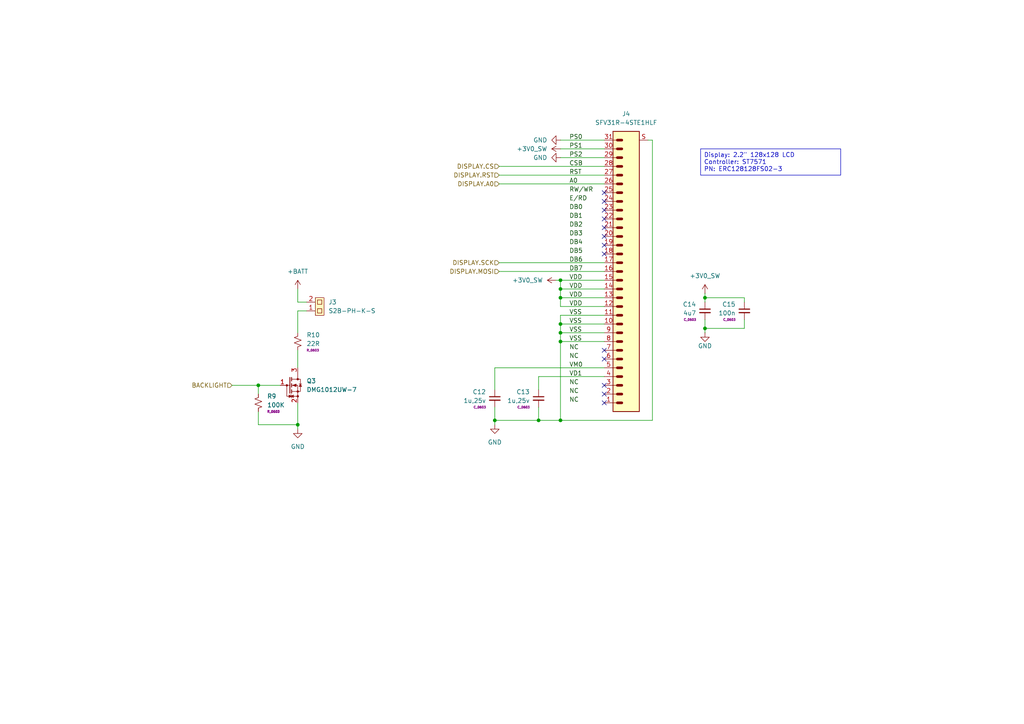
<source format=kicad_sch>
(kicad_sch (version 20250114) (generator "eeschema") (generator_version "9.0")
  (paper "A4")
  (title_block (title "Puzzlebox") (date "2025-12-27") (rev "v1.0") (company "TL Embedded Ltd"))
  (lib_symbols
    (symbol "C_Capacitor:C_0603" (pin_numbers (hide yes)) (pin_names (offset 1.016))
      (property "Reference" "C" (at 3.175 1.905 0))
      (property "Value" "100n" (at 5.08 0 0))
      (property "Size" "C_0603" (at 4.445 -1.905 0))
      (symbol "C_0603_1_1"
        (polyline (pts (xy -1.524 0.508) (xy 1.524 0.508)) (stroke (width 0.3048)))
        (polyline (pts (xy -1.524 -0.508) (xy 1.524 -0.508)) (stroke (width 0.3302)))
        (pin passive line (at 0 2.54 270) (length 2.032) (name "~") (number "1"))
        (pin passive line (at 0 -2.54 90) (length 2.032) (name "~") (number "2"))
      )
    )
    (symbol "J_Connector:S2B-PH-K-S" (pin_names (hide yes))
      (property "Reference" "J" (at -1.27 6.35 0))
      (property "Value" "S2B-PH-K-S" (at 0 -1.27 0))
      (symbol "S2B-PH-K-S_0_1"
        (rectangle (start -1.27 5.08) (end 1.27 0) (stroke (width 0.1524)) (fill (type background)))
        (rectangle (start -0.635 4.445) (end 0.635 3.175) (stroke (width 0.1524)))
        (rectangle (start -0.635 1.905) (end 0.635 0.635) (stroke (width 0.1524)))
      )
      (symbol "S2B-PH-K-S_1_1"
        (pin passive line (at -3.81 3.81 0) (length 2.54) (name "1") (number "1"))
        (pin passive line (at -3.81 1.27 0) (length 2.54) (name "2") (number "2"))
      )
    )
    (symbol "Q_MOSFET:DMG1012UW-7" (pin_names (offset 0) (hide yes))
      (property "Reference" "Q" (at 2.286 1.524 0))
      (property "Value" "DMG1012UW-7" (at 2.286 -0.508 0))
      (symbol "DMG1012UW-7_0_1"
        (polyline (pts (xy -3.81 0) (xy -2.286 0)))
        (circle (center -3.175 0) (radius 0.254) (fill (type outline)))
        (polyline (pts (xy -2.286 -2.286) (xy -2.286 2.286)) (stroke (width 0.254)))
        (polyline (pts (xy -1.778 2.286) (xy -1.778 1.27)) (stroke (width 0.254)))
        (polyline (pts (xy -1.778 1.778) (xy 0.762 1.778) (xy 0.762 -1.778) (xy -1.778 -1.778)))
        (polyline (pts (xy -1.778 0.508) (xy -1.778 -0.508)) (stroke (width 0.254)))
        (polyline (pts (xy -1.778 -1.27) (xy -1.778 -2.286)) (stroke (width 0.254)))
        (polyline (pts (xy -1.778 -3.683) (xy -1.905 -3.556) (xy -1.905 -2.794) (xy -2.032 -2.667)))
        (polyline (pts (xy -1.4732 0) (xy -0.4572 -0.381) (xy -0.4572 0.381) (xy -1.4732 0)) (fill (type outline)))
        (polyline (pts (xy 0 3.81) (xy 0 1.778)))
        (circle (center 0 1.778) (radius 0.254) (fill (type outline)))
        (circle (center 0 -1.778) (radius 0.254) (fill (type outline)))
        (polyline (pts (xy 0 -3.175) (xy -3.175 -3.175) (xy -3.175 0)))
        (circle (center 0 -3.175) (radius 0.254) (fill (type outline)))
        (polyline (pts (xy 0 -3.81) (xy 0 0) (xy -1.778 0)))
        (polyline (pts (xy 1.143 0.381) (xy 0.381 0.381)))
      )
      (symbol "DMG1012UW-7_1_1"
        (polyline (pts (xy -1.905 -3.175) (xy -2.54 -3.556) (xy -2.54 -2.794) (xy -1.905 -3.175)) (fill (type outline)))
        (polyline (pts (xy -1.905 -3.175) (xy -1.27 -2.794) (xy -1.27 -3.556) (xy -1.905 -3.175)) (fill (type outline)))
        (polyline (pts (xy 0.762 0.3048) (xy 1.143 -0.3302) (xy 0.381 -0.3302) (xy 0.762 0.3048)) (fill (type outline)))
        (pin input line (at -5.08 0 0) (length 1.27) (name "G") (number "1"))
        (pin passive line (at 0 5.08 270) (length 1.27) (name "D") (number "3"))
        (pin passive line (at 0 -5.08 90) (length 1.27) (name "S") (number "2"))
      )
    )
    (symbol "R_Resistor:R_0603" (pin_numbers (hide yes)) (pin_names (offset 1.016))
      (property "Reference" "R" (at 2.54 1.905 0))
      (property "Value" "10K" (at 3.81 0 0))
      (property "Size" "R_0603" (at 3.81 -1.905 0))
      (symbol "R_0603_1_1"
        (polyline (pts (xy 0 1.524) (xy 1.016 1.143) (xy 0 0.762) (xy -1.016 0.381) (xy 0 0)))
        (polyline (pts (xy 0 0) (xy 1.016 -0.381) (xy 0 -0.762) (xy -1.016 -1.143) (xy 0 -1.524)))
        (pin passive line (at 0 2.54 270) (length 1.016) (name "~") (number "1"))
        (pin passive line (at 0 -2.54 90) (length 1.016) (name "~") (number "2"))
      )
    )
    (symbol "lib:SFV31R-4STE1HLF" (pin_names (hide yes))
      (property "Reference" "J" (at 0 82.55 0))
      (property "Value" "SFV31R-4STE1HLF" (at 0 -2.54 0))
      (symbol "SFV31R-4STE1HLF_0_1"
        (rectangle (start -3.81 81.28) (end 3.81 0) (stroke (width 0.254)) (fill (type background)))
        (polyline (pts (xy -3.81 78.74) (xy -2.54 78.74)))
        (polyline (pts (xy -3.81 76.2) (xy -2.54 76.2)))
        (polyline (pts (xy -3.81 73.66) (xy -2.54 73.66)))
        (polyline (pts (xy -3.81 71.12) (xy -2.54 71.12)))
        (polyline (pts (xy -3.81 68.58) (xy -2.54 68.58)))
        (polyline (pts (xy -3.81 66.04) (xy -2.54 66.04)))
        (polyline (pts (xy -3.81 63.5) (xy -2.54 63.5)))
        (polyline (pts (xy -3.81 60.96) (xy -2.54 60.96)))
        (polyline (pts (xy -3.81 58.42) (xy -2.54 58.42)))
        (polyline (pts (xy -3.81 55.88) (xy -2.54 55.88)))
        (polyline (pts (xy -3.81 53.34) (xy -2.54 53.34)))
        (polyline (pts (xy -3.81 50.8) (xy -2.54 50.8)))
        (polyline (pts (xy -3.81 48.26) (xy -2.54 48.26)))
        (polyline (pts (xy -3.81 45.72) (xy -2.54 45.72)))
        (polyline (pts (xy -3.81 43.18) (xy -2.54 43.18)))
        (polyline (pts (xy -3.81 40.64) (xy -2.54 40.64)))
        (polyline (pts (xy -3.81 38.1) (xy -2.54 38.1)))
        (polyline (pts (xy -3.81 35.56) (xy -2.54 35.56)))
        (polyline (pts (xy -3.81 33.02) (xy -2.54 33.02)))
        (polyline (pts (xy -3.81 30.48) (xy -2.54 30.48)))
        (polyline (pts (xy -3.81 27.94) (xy -2.54 27.94)))
        (polyline (pts (xy -3.81 25.4) (xy -2.54 25.4)))
        (polyline (pts (xy -3.81 22.86) (xy -2.54 22.86)))
        (polyline (pts (xy -3.81 20.32) (xy -2.54 20.32)))
        (polyline (pts (xy -3.81 17.78) (xy -2.54 17.78)))
        (polyline (pts (xy -3.81 15.24) (xy -2.54 15.24)))
        (polyline (pts (xy -3.81 12.7) (xy -2.54 12.7)))
        (polyline (pts (xy -3.81 10.16) (xy -2.54 10.16)))
        (polyline (pts (xy -3.81 7.62) (xy -2.54 7.62)))
        (polyline (pts (xy -3.81 5.08) (xy -2.54 5.08)))
        (polyline (pts (xy -3.81 2.54) (xy -2.54 2.54)))
      )
      (symbol "SFV31R-4STE1HLF_1_1"
        (polyline (pts (xy -2.54 78.74) (xy -1.27 78.74)) (stroke (width 0.768)))
        (polyline (pts (xy -2.54 76.2) (xy -1.27 76.2)) (stroke (width 0.768)))
        (polyline (pts (xy -2.54 73.66) (xy -1.27 73.66)) (stroke (width 0.768)))
        (polyline (pts (xy -2.54 71.12) (xy -1.27 71.12)) (stroke (width 0.768)))
        (polyline (pts (xy -2.54 68.58) (xy -1.27 68.58)) (stroke (width 0.768)))
        (polyline (pts (xy -2.54 66.04) (xy -1.27 66.04)) (stroke (width 0.768)))
        (polyline (pts (xy -2.54 63.5) (xy -1.27 63.5)) (stroke (width 0.768)))
        (polyline (pts (xy -2.54 60.96) (xy -1.27 60.96)) (stroke (width 0.768)))
        (polyline (pts (xy -2.54 58.42) (xy -1.27 58.42)) (stroke (width 0.768)))
        (polyline (pts (xy -2.54 55.88) (xy -1.27 55.88)) (stroke (width 0.768)))
        (polyline (pts (xy -2.54 53.34) (xy -1.27 53.34)) (stroke (width 0.768)))
        (polyline (pts (xy -2.54 50.8) (xy -1.27 50.8)) (stroke (width 0.768)))
        (polyline (pts (xy -2.54 48.26) (xy -1.27 48.26)) (stroke (width 0.768)))
        (polyline (pts (xy -2.54 45.72) (xy -1.27 45.72)) (stroke (width 0.768)))
        (polyline (pts (xy -2.54 43.18) (xy -1.27 43.18)) (stroke (width 0.768)))
        (polyline (pts (xy -2.54 40.64) (xy -1.27 40.64)) (stroke (width 0.768)))
        (polyline (pts (xy -2.54 38.1) (xy -1.27 38.1)) (stroke (width 0.768)))
        (polyline (pts (xy -2.54 35.56) (xy -1.27 35.56)) (stroke (width 0.768)))
        (polyline (pts (xy -2.54 33.02) (xy -1.27 33.02)) (stroke (width 0.768)))
        (polyline (pts (xy -2.54 30.48) (xy -1.27 30.48)) (stroke (width 0.768)))
        (polyline (pts (xy -2.54 27.94) (xy -1.27 27.94)) (stroke (width 0.768)))
        (polyline (pts (xy -2.54 25.4) (xy -1.27 25.4)) (stroke (width 0.768)))
        (polyline (pts (xy -2.54 22.86) (xy -1.27 22.86)) (stroke (width 0.768)))
        (polyline (pts (xy -2.54 20.32) (xy -1.27 20.32)) (stroke (width 0.768)))
        (polyline (pts (xy -2.54 17.78) (xy -1.27 17.78)) (stroke (width 0.768)))
        (polyline (pts (xy -2.54 15.24) (xy -1.27 15.24)) (stroke (width 0.768)))
        (polyline (pts (xy -2.54 12.7) (xy -1.27 12.7)) (stroke (width 0.768)))
        (polyline (pts (xy -2.54 10.16) (xy -1.27 10.16)) (stroke (width 0.768)))
        (polyline (pts (xy -2.54 7.62) (xy -1.27 7.62)) (stroke (width 0.768)))
        (polyline (pts (xy -2.54 5.08) (xy -1.27 5.08)) (stroke (width 0.768)))
        (polyline (pts (xy -2.54 2.54) (xy -1.27 2.54)) (stroke (width 0.768)))
        (pin passive line (at -6.35 78.74 0) (length 2.54) (name "1") (number "1"))
        (pin passive line (at -6.35 76.2 0) (length 2.54) (name "2") (number "2"))
        (pin passive line (at -6.35 73.66 0) (length 2.54) (name "3") (number "3"))
        (pin passive line (at -6.35 71.12 0) (length 2.54) (name "4") (number "4"))
        (pin passive line (at -6.35 68.58 0) (length 2.54) (name "5") (number "5"))
        (pin passive line (at -6.35 66.04 0) (length 2.54) (name "6") (number "6"))
        (pin passive line (at -6.35 63.5 0) (length 2.54) (name "7") (number "7"))
        (pin passive line (at -6.35 60.96 0) (length 2.54) (name "8") (number "8"))
        (pin passive line (at -6.35 58.42 0) (length 2.54) (name "9") (number "9"))
        (pin passive line (at -6.35 55.88 0) (length 2.54) (name "10") (number "10"))
        (pin passive line (at -6.35 53.34 0) (length 2.54) (name "11") (number "11"))
        (pin passive line (at -6.35 50.8 0) (length 2.54) (name "12") (number "12"))
        (pin passive line (at -6.35 48.26 0) (length 2.54) (name "13") (number "13"))
        (pin passive line (at -6.35 45.72 0) (length 2.54) (name "14") (number "14"))
        (pin passive line (at -6.35 43.18 0) (length 2.54) (name "15") (number "15"))
        (pin passive line (at -6.35 40.64 0) (length 2.54) (name "16") (number "16"))
        (pin passive line (at -6.35 38.1 0) (length 2.54) (name "17") (number "17"))
        (pin passive line (at -6.35 35.56 0) (length 2.54) (name "18") (number "18"))
        (pin passive line (at -6.35 33.02 0) (length 2.54) (name "19") (number "19"))
        (pin passive line (at -6.35 30.48 0) (length 2.54) (name "20") (number "20"))
        (pin passive line (at -6.35 27.94 0) (length 2.54) (name "21") (number "21"))
        (pin passive line (at -6.35 25.4 0) (length 2.54) (name "22") (number "22"))
        (pin passive line (at -6.35 22.86 0) (length 2.54) (name "23") (number "23"))
        (pin passive line (at -6.35 20.32 0) (length 2.54) (name "24") (number "24"))
        (pin passive line (at -6.35 17.78 0) (length 2.54) (name "25") (number "25"))
        (pin passive line (at -6.35 15.24 0) (length 2.54) (name "26") (number "26"))
        (pin passive line (at -6.35 12.7 0) (length 2.54) (name "27") (number "27"))
        (pin passive line (at -6.35 10.16 0) (length 2.54) (name "28") (number "28"))
        (pin passive line (at -6.35 7.62 0) (length 2.54) (name "29") (number "29"))
        (pin passive line (at -6.35 5.08 0) (length 2.54) (name "30") (number "30"))
        (pin passive line (at -6.35 2.54 0) (length 2.54) (name "31") (number "31"))
        (pin passive line (at 6.35 2.54 180) (length 2.54) (name "S") (number "S"))
      )
    )
    (symbol "power:+BATT" (power) (pin_numbers (hide yes)) (pin_names (offset 0) (hide yes))
      (property "Value" "+BATT" (at 0 3.556 0))
      (symbol "+BATT_0_1"
        (polyline (pts (xy -0.762 1.27) (xy 0 2.54)))
        (polyline (pts (xy 0 2.54) (xy 0.762 1.27)))
        (polyline (pts (xy 0 0) (xy 0 2.54)))
      )
      (symbol "+BATT_1_1"
        (pin power_in line (at 0 0 90) (length 0) (name "~") (number "1"))
      )
    )
    (symbol "power:GND" (power) (pin_numbers (hide yes)) (pin_names (offset 0) (hide yes))
      (property "Value" "GND" (at 0 -3.81 0))
      (symbol "GND_0_1"
        (polyline (pts (xy 0 0) (xy 0 -1.27) (xy 1.27 -1.27) (xy 0 -2.54) (xy -1.27 -1.27) (xy 0 -1.27)))
      )
      (symbol "GND_1_1"
        (pin power_in line (at 0 0 270) (length 0) (name "~") (number "1"))
      )
    )
    (symbol "power:VDD" (power) (pin_numbers (hide yes)) (pin_names (offset 0) (hide yes))
      (property "Value" "VDD" (at 0 3.556 0))
      (symbol "VDD_0_1"
        (polyline (pts (xy -0.762 1.27) (xy 0 2.54)))
        (polyline (pts (xy 0 2.54) (xy 0.762 1.27)))
        (polyline (pts (xy 0 0) (xy 0 2.54)))
      )
      (symbol "VDD_1_1"
        (pin power_in line (at 0 0 90) (length 0) (name "~") (number "1"))
      )
    )
  )
  (text "NC" (at 165.1 104.14 0) (effects (font (size 1.27 1.27)) (justify left bottom)))
  (text "PS0" (at 165.1 40.64 0) (effects (font (size 1.27 1.27)) (justify left bottom)))
  (text "E/RD" (at 165.1 58.42 0) (effects (font (size 1.27 1.27)) (justify left bottom)))
  (text "VSS" (at 165.1 96.52 0) (effects (font (size 1.27 1.27)) (justify left bottom)))
  (text "NC" (at 165.1 114.3 0) (effects (font (size 1.27 1.27)) (justify left bottom)))
  (text "PS2" (at 165.1 45.72 0) (effects (font (size 1.27 1.27)) (justify left bottom)))
  (text "VM0" (at 165.1 106.68 0) (effects (font (size 1.27 1.27)) (justify left bottom)))
  (text "VD1" (at 165.1 109.22 0) (effects (font (size 1.27 1.27)) (justify left bottom)))
  (text "NC" (at 165.1 111.76 0) (effects (font (size 1.27 1.27)) (justify left bottom)))
  (text "A0" (at 165.1 53.34 0) (effects (font (size 1.27 1.27)) (justify left bottom)))
  (text "DB4" (at 165.1 71.12 0) (effects (font (size 1.27 1.27)) (justify left bottom)))
  (text "DB7" (at 165.1 78.74 0) (effects (font (size 1.27 1.27)) (justify left bottom)))
  (text "VSS" (at 165.1 93.98 0) (effects (font (size 1.27 1.27)) (justify left bottom)))
  (text "NC" (at 165.1 101.6 0) (effects (font (size 1.27 1.27)) (justify left bottom)))
  (text "RST" (at 165.1 50.8 0) (effects (font (size 1.27 1.27)) (justify left bottom)))
  (text "DB6" (at 165.1 76.2 0) (effects (font (size 1.27 1.27)) (justify left bottom)))
  (text "RW/WR" (at 165.1 55.88 0) (effects (font (size 1.27 1.27)) (justify left bottom)))
  (text "PS1" (at 165.1 43.18 0) (effects (font (size 1.27 1.27)) (justify left bottom)))
  (text "VSS" (at 165.1 91.44 0) (effects (font (size 1.27 1.27)) (justify left bottom)))
  (text "DB0" (at 165.1 60.96 0) (effects (font (size 1.27 1.27)) (justify left bottom)))
  (text "VDD" (at 165.1 81.28 0) (effects (font (size 1.27 1.27)) (justify left bottom)))
  (text "VDD" (at 165.1 83.82 0) (effects (font (size 1.27 1.27)) (justify left bottom)))
  (text "VSS" (at 165.1 99.06 0) (effects (font (size 1.27 1.27)) (justify left bottom)))
  (text "DB1" (at 165.1 63.5 0) (effects (font (size 1.27 1.27)) (justify left bottom)))
  (text "VDD" (at 165.1 88.9 0) (effects (font (size 1.27 1.27)) (justify left bottom)))
  (text "VDD" (at 165.1 86.36 0) (effects (font (size 1.27 1.27)) (justify left bottom)))
  (text "DB3" (at 165.1 68.58 0) (effects (font (size 1.27 1.27)) (justify left bottom)))
  (text "DB2" (at 165.1 66.04 0) (effects (font (size 1.27 1.27)) (justify left bottom)))
  (text "NC" (at 165.1 116.84 0) (effects (font (size 1.27 1.27)) (justify left bottom)))
  (text "DB5" (at 165.1 73.66 0) (effects (font (size 1.27 1.27)) (justify left bottom)))
  (text "CSB" (at 165.1 48.26 0) (effects (font (size 1.27 1.27)) (justify left bottom)))
  (text_box "Display: 2.2\" 128x128 LCD\nController: ST7571\nPN: ERC128128FS02-3" (at 203.2 43.18 0) (size 40.64 7.62) (margins 0.9525 0.9525 0.9525 0.9525) (effects (font (size 1.27 1.27)) (justify left top)))
  (junction (at 162.56 121.92))
  (junction (at 162.56 81.28))
  (junction (at 143.51 121.92))
  (junction (at 162.56 96.52))
  (junction (at 156.21 121.92))
  (junction (at 162.56 86.36))
  (junction (at 162.56 83.82))
  (junction (at 204.47 86.36))
  (junction (at 86.36 123.19))
  (junction (at 162.56 99.06))
  (junction (at 74.93 111.76))
  (junction (at 204.47 95.25))
  (junction (at 162.56 93.98))
  (no_connect (at 175.26 55.88))
  (no_connect (at 175.26 71.12))
  (no_connect (at 175.26 73.66))
  (no_connect (at 175.26 66.04))
  (no_connect (at 175.26 111.76))
  (no_connect (at 175.26 101.6))
  (no_connect (at 175.26 104.14))
  (no_connect (at 175.26 58.42))
  (no_connect (at 175.26 68.58))
  (no_connect (at 175.26 60.96))
  (no_connect (at 175.26 63.5))
  (no_connect (at 175.26 114.3))
  (no_connect (at 175.26 116.84))
  (wire (pts (xy 175.26 106.68) (xy 143.51 106.68)))
  (wire (pts (xy 86.36 101.6) (xy 86.36 106.68)))
  (wire (pts (xy 156.21 121.92) (xy 156.21 118.11)))
  (wire (pts (xy 156.21 121.92) (xy 162.56 121.92)))
  (wire (pts (xy 162.56 81.28) (xy 162.56 83.82)))
  (wire (pts (xy 162.56 83.82) (xy 175.26 83.82)))
  (wire (pts (xy 204.47 86.36) (xy 215.9 86.36)))
  (wire (pts (xy 156.21 109.22) (xy 175.26 109.22)))
  (wire (pts (xy 88.9 87.63) (xy 86.36 87.63)))
  (wire (pts (xy 162.56 81.28) (xy 175.26 81.28)))
  (wire (pts (xy 156.21 113.03) (xy 156.21 109.22)))
  (wire (pts (xy 204.47 95.25) (xy 215.9 95.25)))
  (wire (pts (xy 143.51 118.11) (xy 143.51 121.92)))
  (wire (pts (xy 162.56 45.72) (xy 175.26 45.72)))
  (wire (pts (xy 144.78 50.8) (xy 175.26 50.8)))
  (wire (pts (xy 162.56 43.18) (xy 175.26 43.18)))
  (wire (pts (xy 162.56 83.82) (xy 162.56 86.36)))
  (wire (pts (xy 162.56 86.36) (xy 175.26 86.36)))
  (wire (pts (xy 86.36 116.84) (xy 86.36 123.19)))
  (wire (pts (xy 86.36 123.19) (xy 86.36 124.46)))
  (wire (pts (xy 86.36 83.82) (xy 86.36 87.63)))
  (wire (pts (xy 74.93 123.19) (xy 86.36 123.19)))
  (wire (pts (xy 74.93 114.3) (xy 74.93 111.76)))
  (wire (pts (xy 74.93 111.76) (xy 81.28 111.76)))
  (wire (pts (xy 204.47 87.63) (xy 204.47 86.36)))
  (wire (pts (xy 162.56 96.52) (xy 162.56 99.06)))
  (wire (pts (xy 144.78 78.74) (xy 175.26 78.74)))
  (wire (pts (xy 86.36 90.17) (xy 86.36 96.52)))
  (wire (pts (xy 162.56 40.64) (xy 175.26 40.64)))
  (wire (pts (xy 86.36 90.17) (xy 88.9 90.17)))
  (wire (pts (xy 67.31 111.76) (xy 74.93 111.76)))
  (wire (pts (xy 215.9 95.25) (xy 215.9 92.71)))
  (wire (pts (xy 204.47 95.25) (xy 204.47 96.52)))
  (wire (pts (xy 189.23 40.64) (xy 189.23 121.92)))
  (wire (pts (xy 144.78 53.34) (xy 175.26 53.34)))
  (wire (pts (xy 162.56 121.92) (xy 189.23 121.92)))
  (wire (pts (xy 204.47 92.71) (xy 204.47 95.25)))
  (wire (pts (xy 187.96 40.64) (xy 189.23 40.64)))
  (wire (pts (xy 74.93 119.38) (xy 74.93 123.19)))
  (wire (pts (xy 162.56 93.98) (xy 162.56 96.52)))
  (wire (pts (xy 162.56 91.44) (xy 162.56 93.98)))
  (wire (pts (xy 161.29 81.28) (xy 162.56 81.28)))
  (wire (pts (xy 144.78 48.26) (xy 175.26 48.26)))
  (wire (pts (xy 144.78 76.2) (xy 175.26 76.2)))
  (wire (pts (xy 143.51 121.92) (xy 156.21 121.92)))
  (wire (pts (xy 162.56 99.06) (xy 175.26 99.06)))
  (wire (pts (xy 162.56 96.52) (xy 175.26 96.52)))
  (wire (pts (xy 143.51 106.68) (xy 143.51 113.03)))
  (wire (pts (xy 143.51 121.92) (xy 143.51 123.19)))
  (wire (pts (xy 162.56 93.98) (xy 175.26 93.98)))
  (wire (pts (xy 175.26 88.9) (xy 162.56 88.9)))
  (wire (pts (xy 175.26 91.44) (xy 162.56 91.44)))
  (wire (pts (xy 215.9 86.36) (xy 215.9 87.63)))
  (wire (pts (xy 204.47 85.09) (xy 204.47 86.36)))
  (wire (pts (xy 162.56 99.06) (xy 162.56 121.92)))
  (wire (pts (xy 162.56 86.36) (xy 162.56 88.9)))
  (hierarchical_label "DISPLAY.SCK" (shape input) (at 144.78 76.2 180))
  (hierarchical_label "DISPLAY.MOSI" (shape input) (at 144.78 78.74 180))
  (hierarchical_label "BACKLIGHT" (shape input) (at 67.31 111.76 180))
  (hierarchical_label "DISPLAY.CS" (shape input) (at 144.78 48.26 180))
  (hierarchical_label "DISPLAY.RST" (shape input) (at 144.78 50.8 180))
  (hierarchical_label "DISPLAY.A0" (shape input) (at 144.78 53.34 180))
  (symbol (lib_id "J_Connector:S2B-PH-K-S") (at 92.71 86.36 0) (mirror x) (unit 1)
    (property "Reference" "J3" (at 95.25 87.6299 0) (effects (justify left)))
    (property "Value" "S2B-PH-K-S" (at 95.25 90.1699 0) (effects (justify left)))
    (property "Footprint" "J_Connector:JST-S2B-PH-K-S" (effects (hide yes)))
    (property "Datasheet" "https://www.jst-mfg.com/product/pdf/eng/ePH.pdf" (effects (hide yes)))
    (property "Description" "CONN HEADER R/A 2POS 2MM" (effects (hide yes)))
  )
  (symbol (lib_id "power:GND") (at 162.56 45.72 270) (unit 1)
    (property "Reference" "#PWR030" (effects (hide yes)))
    (property "Value" "GND" (at 158.75 45.7199 90) (effects (justify right)))
    (property "Description" "Power symbol creates a global label with name \"GND\" , ground" (effects (hide yes)))
  )
  (symbol (lib_id "R_Resistor:R_0603") (at 86.36 99.06 0) (mirror y) (unit 1)
    (property "Reference" "R10" (at 88.9 97.1549 0) (effects (justify right)))
    (property "Value" "22R" (at 88.9 99.6949 0) (effects (justify right)))
    (property "Footprint" "R_Resistor:R_0603" (effects (hide yes)))
    (property "Size" "R_0603" (at 88.9 101.6 0) (effects (font (size 0.635 0.635)) (justify right)))
  )
  (symbol (lib_id "C_Capacitor:C_0603") (at 143.51 115.57 0) (unit 1)
    (property "Reference" "C12" (at 140.97 113.6712 0) (effects (justify right)))
    (property "Value" "1u,25v" (at 140.97 116.2112 0) (effects (justify right)))
    (property "Footprint" "C_Capacitor:C_0603" (effects (hide yes)))
    (property "Size" "C_0603" (at 140.97 118.1163 0) (effects (font (size 0.635 0.635)) (justify right)))
  )
  (symbol (lib_id "R_Resistor:R_0603") (at 74.93 116.84 0) (mirror y) (unit 1)
    (property "Reference" "R9" (at 77.47 114.9349 0) (effects (justify right)))
    (property "Value" "100K" (at 77.47 117.4749 0) (effects (justify right)))
    (property "Footprint" "R_Resistor:R_0603" (effects (hide yes)))
    (property "Size" "R_0603" (at 77.47 119.38 0) (effects (font (size 0.635 0.635)) (justify right)))
  )
  (symbol (lib_id "power:+BATT") (at 86.36 83.82 0) (unit 1)
    (property "Reference" "#PWR024" (effects (hide yes)))
    (property "Value" "+BATT" (at 86.36 78.74 0))
    (property "Description" "Power symbol creates a global label with name \"+BATT\"" (effects (hide yes)))
  )
  (symbol (lib_id "power:VDD") (at 204.47 85.09 0) (unit 1)
    (property "Reference" "#PWR031" (effects (hide yes)))
    (property "Value" "+3V0_SW" (at 204.47 80.01 0))
    (property "Description" "Power symbol creates a global label with name \"+3V0_SW\"" (effects (hide yes)))
  )
  (symbol (lib_id "power:GND") (at 162.56 40.64 270) (unit 1)
    (property "Reference" "#PWR028" (effects (hide yes)))
    (property "Value" "GND" (at 158.75 40.6399 90) (effects (justify right)))
    (property "Description" "Power symbol creates a global label with name \"GND\" , ground" (effects (hide yes)))
  )
  (symbol (lib_id "Q_MOSFET:DMG1012UW-7") (at 86.36 111.76 0) (unit 1)
    (property "Reference" "Q3" (at 88.9 110.4899 0) (effects (justify left)))
    (property "Value" "DMG1012UW-7" (at 88.9 113.0299 0) (effects (justify left)))
    (property "Footprint" "U_IC:SC70-3" (effects (hide yes)))
    (property "Datasheet" "https://www.diodes.com/assets/Datasheets/DMG1012UW.pdf" (effects (hide yes)))
    (property "Description" "MOSFET N-CH 20V 1A SOT323" (effects (hide yes)))
  )
  (symbol (lib_id "power:GND") (at 204.47 96.52 0) (unit 1)
    (property "Reference" "#PWR032" (effects (hide yes)))
    (property "Value" "GND" (at 204.47 100.33 0))
    (property "Description" "Power symbol creates a global label with name \"GND\" , ground" (effects (hide yes)))
  )
  (symbol (lib_id "power:GND") (at 86.36 124.46 0) (unit 1)
    (property "Reference" "#PWR025" (effects (hide yes)))
    (property "Value" "GND" (at 86.36 129.54 0))
    (property "Description" "Power symbol creates a global label with name \"GND\" , ground" (effects (hide yes)))
  )
  (symbol (lib_id "C_Capacitor:C_0603") (at 156.21 115.57 0) (unit 1)
    (property "Reference" "C13" (at 153.67 113.6712 0) (effects (justify right)))
    (property "Value" "1u,25v" (at 153.67 116.2112 0) (effects (justify right)))
    (property "Footprint" "C_Capacitor:C_0603" (effects (hide yes)))
    (property "Size" "C_0603" (at 153.67 118.1163 0) (effects (font (size 0.635 0.635)) (justify right)))
  )
  (symbol (lib_id "C_Capacitor:C_0603") (at 204.47 90.17 0) (unit 1)
    (property "Reference" "C14" (at 201.93 88.2712 0) (effects (justify right)))
    (property "Value" "4u7" (at 201.93 90.8112 0) (effects (justify right)))
    (property "Footprint" "C_Capacitor:C_0603" (effects (hide yes)))
    (property "Size" "C_0603" (at 201.93 92.7163 0) (effects (font (size 0.635 0.635)) (justify right)))
  )
  (symbol (lib_id "power:VDD") (at 161.29 81.28 90) (unit 1)
    (property "Reference" "#PWR027" (effects (hide yes)))
    (property "Value" "+3V0_SW" (at 157.48 81.2799 90) (effects (justify left)))
    (property "Description" "Power symbol creates a global label with name \"+3V0_SW\"" (effects (hide yes)))
  )
  (symbol (lib_id "C_Capacitor:C_0603") (at 215.9 90.17 0) (unit 1)
    (property "Reference" "C15" (at 213.36 88.2712 0) (effects (justify right)))
    (property "Value" "100n" (at 213.36 90.8112 0) (effects (justify right)))
    (property "Footprint" "C_Capacitor:C_0603" (effects (hide yes)))
    (property "Size" "C_0603" (at 213.36 92.7163 0) (effects (font (size 0.635 0.635)) (justify right)))
  )
  (symbol (lib_id "power:GND") (at 143.51 123.19 0) (unit 1)
    (property "Reference" "#PWR026" (effects (hide yes)))
    (property "Value" "GND" (at 143.51 128.27 0))
    (property "Description" "Power symbol creates a global label with name \"GND\" , ground" (effects (hide yes)))
  )
  (symbol (lib_id "lib:SFV31R-4STE1HLF") (at 181.61 38.1 0) (mirror x) (unit 1)
    (property "Reference" "J4" (at 181.61 33.02 0))
    (property "Value" "SFV31R-4STE1HLF" (at 181.61 35.56 0))
    (property "Footprint" "lib:SFV31R-4STE1HLF" (effects (hide yes)))
    (property "Datasheet" "https://cdn.amphenol-cs.com/media/wysiwyg/files/documentation/datasheet/flex/flexconnectors_050mm_sfvr.pdf" (effects (hide yes)))
    (property "Description" "CONN FPC TOP 31POS 0.5MM R/A" (effects (hide yes)))
  )
  (symbol (lib_id "power:VDD") (at 162.56 43.18 90) (unit 1)
    (property "Reference" "#PWR029" (effects (hide yes)))
    (property "Value" "+3V0_SW" (at 158.75 43.1799 90) (effects (justify left)))
    (property "Description" "Power symbol creates a global label with name \"+3V0_SW\"" (effects (hide yes)))
  )
)
</source>
